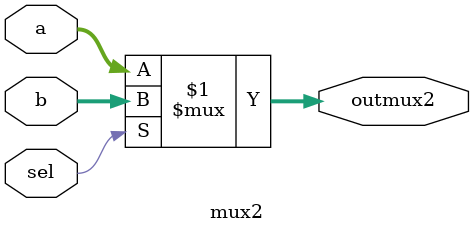
<source format=v>
module mux2(input sel,
				input [7:0] a,b,
				output [7:0] outmux2);

assign outmux2 = sel ? b : a;


endmodule

</source>
